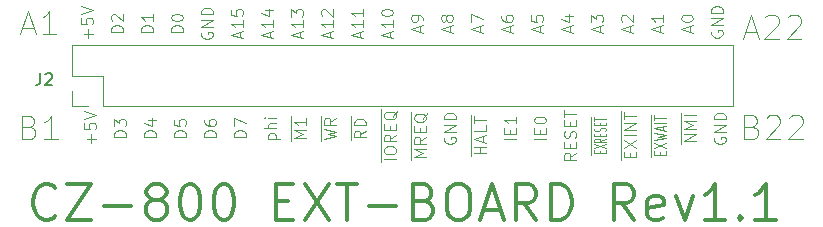
<source format=gto>
G04 #@! TF.GenerationSoftware,KiCad,Pcbnew,(5.1.9)-1*
G04 #@! TF.CreationDate,2023-09-27T08:13:33+09:00*
G04 #@! TF.ProjectId,CZ800EX,435a3830-3045-4582-9e6b-696361645f70,rev?*
G04 #@! TF.SameCoordinates,PX2faf080PY6f1a620*
G04 #@! TF.FileFunction,Legend,Top*
G04 #@! TF.FilePolarity,Positive*
%FSLAX46Y46*%
G04 Gerber Fmt 4.6, Leading zero omitted, Abs format (unit mm)*
G04 Created by KiCad (PCBNEW (5.1.9)-1) date 2023-09-27 08:13:33*
%MOMM*%
%LPD*%
G01*
G04 APERTURE LIST*
%ADD10C,0.100000*%
%ADD11C,0.300000*%
%ADD12C,0.120000*%
%ADD13C,0.150000*%
G04 APERTURE END LIST*
D10*
X6273976Y10503358D02*
X6559690Y10408120D01*
X6654928Y10312881D01*
X6750166Y10122405D01*
X6750166Y9836691D01*
X6654928Y9646215D01*
X6559690Y9550977D01*
X6369214Y9455739D01*
X5607309Y9455739D01*
X5607309Y11455739D01*
X6273976Y11455739D01*
X6464452Y11360500D01*
X6559690Y11265262D01*
X6654928Y11074786D01*
X6654928Y10884310D01*
X6559690Y10693834D01*
X6464452Y10598596D01*
X6273976Y10503358D01*
X5607309Y10503358D01*
X8654928Y9455739D02*
X7512071Y9455739D01*
X8083500Y9455739D02*
X8083500Y11455739D01*
X7893023Y11170024D01*
X7702547Y10979548D01*
X7512071Y10884310D01*
X5654928Y18917167D02*
X6607309Y18917167D01*
X5464452Y18345739D02*
X6131119Y20345739D01*
X6797785Y18345739D01*
X8512071Y18345739D02*
X7369214Y18345739D01*
X7940642Y18345739D02*
X7940642Y20345739D01*
X7750166Y20060024D01*
X7559690Y19869548D01*
X7369214Y19774310D01*
X67453095Y10537858D02*
X67738809Y10442620D01*
X67834047Y10347381D01*
X67929285Y10156905D01*
X67929285Y9871191D01*
X67834047Y9680715D01*
X67738809Y9585477D01*
X67548333Y9490239D01*
X66786428Y9490239D01*
X66786428Y11490239D01*
X67453095Y11490239D01*
X67643571Y11395000D01*
X67738809Y11299762D01*
X67834047Y11109286D01*
X67834047Y10918810D01*
X67738809Y10728334D01*
X67643571Y10633096D01*
X67453095Y10537858D01*
X66786428Y10537858D01*
X68691190Y11299762D02*
X68786428Y11395000D01*
X68976904Y11490239D01*
X69453095Y11490239D01*
X69643571Y11395000D01*
X69738809Y11299762D01*
X69834047Y11109286D01*
X69834047Y10918810D01*
X69738809Y10633096D01*
X68595952Y9490239D01*
X69834047Y9490239D01*
X70595952Y11299762D02*
X70691190Y11395000D01*
X70881666Y11490239D01*
X71357857Y11490239D01*
X71548333Y11395000D01*
X71643571Y11299762D01*
X71738809Y11109286D01*
X71738809Y10918810D01*
X71643571Y10633096D01*
X70500714Y9490239D01*
X71738809Y9490239D01*
X66834047Y18536167D02*
X67786428Y18536167D01*
X66643571Y17964739D02*
X67310238Y19964739D01*
X67976904Y17964739D01*
X68548333Y19774262D02*
X68643571Y19869500D01*
X68834047Y19964739D01*
X69310238Y19964739D01*
X69500714Y19869500D01*
X69595952Y19774262D01*
X69691190Y19583786D01*
X69691190Y19393310D01*
X69595952Y19107596D01*
X68453095Y17964739D01*
X69691190Y17964739D01*
X70453095Y19774262D02*
X70548333Y19869500D01*
X70738809Y19964739D01*
X71215000Y19964739D01*
X71405476Y19869500D01*
X71500714Y19774262D01*
X71595952Y19583786D01*
X71595952Y19393310D01*
X71500714Y19107596D01*
X70357857Y17964739D01*
X71595952Y17964739D01*
X64016000Y18650096D02*
X63968380Y18554858D01*
X63968380Y18412000D01*
X64016000Y18269143D01*
X64111238Y18173905D01*
X64206476Y18126286D01*
X64396952Y18078667D01*
X64539809Y18078667D01*
X64730285Y18126286D01*
X64825523Y18173905D01*
X64920761Y18269143D01*
X64968380Y18412000D01*
X64968380Y18507239D01*
X64920761Y18650096D01*
X64873142Y18697715D01*
X64539809Y18697715D01*
X64539809Y18507239D01*
X64968380Y19126286D02*
X63968380Y19126286D01*
X64968380Y19697715D01*
X63968380Y19697715D01*
X64968380Y20173905D02*
X63968380Y20173905D01*
X63968380Y20412000D01*
X64016000Y20554858D01*
X64111238Y20650096D01*
X64206476Y20697715D01*
X64396952Y20745334D01*
X64539809Y20745334D01*
X64730285Y20697715D01*
X64825523Y20650096D01*
X64920761Y20554858D01*
X64968380Y20412000D01*
X64968380Y20173905D01*
X62142666Y18570715D02*
X62142666Y19046905D01*
X62428380Y18475477D02*
X61428380Y18808810D01*
X62428380Y19142143D01*
X61428380Y19665953D02*
X61428380Y19761191D01*
X61476000Y19856429D01*
X61523619Y19904048D01*
X61618857Y19951667D01*
X61809333Y19999286D01*
X62047428Y19999286D01*
X62237904Y19951667D01*
X62333142Y19904048D01*
X62380761Y19856429D01*
X62428380Y19761191D01*
X62428380Y19665953D01*
X62380761Y19570715D01*
X62333142Y19523096D01*
X62237904Y19475477D01*
X62047428Y19427858D01*
X61809333Y19427858D01*
X61618857Y19475477D01*
X61523619Y19523096D01*
X61476000Y19570715D01*
X61428380Y19665953D01*
X59602666Y18570715D02*
X59602666Y19046905D01*
X59888380Y18475477D02*
X58888380Y18808810D01*
X59888380Y19142143D01*
X59888380Y19999286D02*
X59888380Y19427858D01*
X59888380Y19713572D02*
X58888380Y19713572D01*
X59031238Y19618334D01*
X59126476Y19523096D01*
X59174095Y19427858D01*
X57062666Y18570715D02*
X57062666Y19046905D01*
X57348380Y18475477D02*
X56348380Y18808810D01*
X57348380Y19142143D01*
X56443619Y19427858D02*
X56396000Y19475477D01*
X56348380Y19570715D01*
X56348380Y19808810D01*
X56396000Y19904048D01*
X56443619Y19951667D01*
X56538857Y19999286D01*
X56634095Y19999286D01*
X56776952Y19951667D01*
X57348380Y19380239D01*
X57348380Y19999286D01*
X54522666Y18570715D02*
X54522666Y19046905D01*
X54808380Y18475477D02*
X53808380Y18808810D01*
X54808380Y19142143D01*
X53808380Y19380239D02*
X53808380Y19999286D01*
X54189333Y19665953D01*
X54189333Y19808810D01*
X54236952Y19904048D01*
X54284571Y19951667D01*
X54379809Y19999286D01*
X54617904Y19999286D01*
X54713142Y19951667D01*
X54760761Y19904048D01*
X54808380Y19808810D01*
X54808380Y19523096D01*
X54760761Y19427858D01*
X54713142Y19380239D01*
X51982666Y18570715D02*
X51982666Y19046905D01*
X52268380Y18475477D02*
X51268380Y18808810D01*
X52268380Y19142143D01*
X51601714Y19904048D02*
X52268380Y19904048D01*
X51220761Y19665953D02*
X51935047Y19427858D01*
X51935047Y20046905D01*
X49442666Y18570715D02*
X49442666Y19046905D01*
X49728380Y18475477D02*
X48728380Y18808810D01*
X49728380Y19142143D01*
X48728380Y19951667D02*
X48728380Y19475477D01*
X49204571Y19427858D01*
X49156952Y19475477D01*
X49109333Y19570715D01*
X49109333Y19808810D01*
X49156952Y19904048D01*
X49204571Y19951667D01*
X49299809Y19999286D01*
X49537904Y19999286D01*
X49633142Y19951667D01*
X49680761Y19904048D01*
X49728380Y19808810D01*
X49728380Y19570715D01*
X49680761Y19475477D01*
X49633142Y19427858D01*
X46902666Y18570715D02*
X46902666Y19046905D01*
X47188380Y18475477D02*
X46188380Y18808810D01*
X47188380Y19142143D01*
X46188380Y19904048D02*
X46188380Y19713572D01*
X46236000Y19618334D01*
X46283619Y19570715D01*
X46426476Y19475477D01*
X46616952Y19427858D01*
X46997904Y19427858D01*
X47093142Y19475477D01*
X47140761Y19523096D01*
X47188380Y19618334D01*
X47188380Y19808810D01*
X47140761Y19904048D01*
X47093142Y19951667D01*
X46997904Y19999286D01*
X46759809Y19999286D01*
X46664571Y19951667D01*
X46616952Y19904048D01*
X46569333Y19808810D01*
X46569333Y19618334D01*
X46616952Y19523096D01*
X46664571Y19475477D01*
X46759809Y19427858D01*
X44362666Y18570715D02*
X44362666Y19046905D01*
X44648380Y18475477D02*
X43648380Y18808810D01*
X44648380Y19142143D01*
X43648380Y19380239D02*
X43648380Y20046905D01*
X44648380Y19618334D01*
X41822666Y18570715D02*
X41822666Y19046905D01*
X42108380Y18475477D02*
X41108380Y18808810D01*
X42108380Y19142143D01*
X41536952Y19618334D02*
X41489333Y19523096D01*
X41441714Y19475477D01*
X41346476Y19427858D01*
X41298857Y19427858D01*
X41203619Y19475477D01*
X41156000Y19523096D01*
X41108380Y19618334D01*
X41108380Y19808810D01*
X41156000Y19904048D01*
X41203619Y19951667D01*
X41298857Y19999286D01*
X41346476Y19999286D01*
X41441714Y19951667D01*
X41489333Y19904048D01*
X41536952Y19808810D01*
X41536952Y19618334D01*
X41584571Y19523096D01*
X41632190Y19475477D01*
X41727428Y19427858D01*
X41917904Y19427858D01*
X42013142Y19475477D01*
X42060761Y19523096D01*
X42108380Y19618334D01*
X42108380Y19808810D01*
X42060761Y19904048D01*
X42013142Y19951667D01*
X41917904Y19999286D01*
X41727428Y19999286D01*
X41632190Y19951667D01*
X41584571Y19904048D01*
X41536952Y19808810D01*
X39282666Y18570715D02*
X39282666Y19046905D01*
X39568380Y18475477D02*
X38568380Y18808810D01*
X39568380Y19142143D01*
X39568380Y19523096D02*
X39568380Y19713572D01*
X39520761Y19808810D01*
X39473142Y19856429D01*
X39330285Y19951667D01*
X39139809Y19999286D01*
X38758857Y19999286D01*
X38663619Y19951667D01*
X38616000Y19904048D01*
X38568380Y19808810D01*
X38568380Y19618334D01*
X38616000Y19523096D01*
X38663619Y19475477D01*
X38758857Y19427858D01*
X38996952Y19427858D01*
X39092190Y19475477D01*
X39139809Y19523096D01*
X39187428Y19618334D01*
X39187428Y19808810D01*
X39139809Y19904048D01*
X39092190Y19951667D01*
X38996952Y19999286D01*
X36742666Y18094524D02*
X36742666Y18570715D01*
X37028380Y17999286D02*
X36028380Y18332620D01*
X37028380Y18665953D01*
X37028380Y19523096D02*
X37028380Y18951667D01*
X37028380Y19237381D02*
X36028380Y19237381D01*
X36171238Y19142143D01*
X36266476Y19046905D01*
X36314095Y18951667D01*
X36028380Y20142143D02*
X36028380Y20237381D01*
X36076000Y20332620D01*
X36123619Y20380239D01*
X36218857Y20427858D01*
X36409333Y20475477D01*
X36647428Y20475477D01*
X36837904Y20427858D01*
X36933142Y20380239D01*
X36980761Y20332620D01*
X37028380Y20237381D01*
X37028380Y20142143D01*
X36980761Y20046905D01*
X36933142Y19999286D01*
X36837904Y19951667D01*
X36647428Y19904048D01*
X36409333Y19904048D01*
X36218857Y19951667D01*
X36123619Y19999286D01*
X36076000Y20046905D01*
X36028380Y20142143D01*
X34202666Y18094524D02*
X34202666Y18570715D01*
X34488380Y17999286D02*
X33488380Y18332620D01*
X34488380Y18665953D01*
X34488380Y19523096D02*
X34488380Y18951667D01*
X34488380Y19237381D02*
X33488380Y19237381D01*
X33631238Y19142143D01*
X33726476Y19046905D01*
X33774095Y18951667D01*
X34488380Y20475477D02*
X34488380Y19904048D01*
X34488380Y20189762D02*
X33488380Y20189762D01*
X33631238Y20094524D01*
X33726476Y19999286D01*
X33774095Y19904048D01*
X31662666Y18094524D02*
X31662666Y18570715D01*
X31948380Y17999286D02*
X30948380Y18332620D01*
X31948380Y18665953D01*
X31948380Y19523096D02*
X31948380Y18951667D01*
X31948380Y19237381D02*
X30948380Y19237381D01*
X31091238Y19142143D01*
X31186476Y19046905D01*
X31234095Y18951667D01*
X31043619Y19904048D02*
X30996000Y19951667D01*
X30948380Y20046905D01*
X30948380Y20285000D01*
X30996000Y20380239D01*
X31043619Y20427858D01*
X31138857Y20475477D01*
X31234095Y20475477D01*
X31376952Y20427858D01*
X31948380Y19856429D01*
X31948380Y20475477D01*
X29122666Y18094524D02*
X29122666Y18570715D01*
X29408380Y17999286D02*
X28408380Y18332620D01*
X29408380Y18665953D01*
X29408380Y19523096D02*
X29408380Y18951667D01*
X29408380Y19237381D02*
X28408380Y19237381D01*
X28551238Y19142143D01*
X28646476Y19046905D01*
X28694095Y18951667D01*
X28408380Y19856429D02*
X28408380Y20475477D01*
X28789333Y20142143D01*
X28789333Y20285000D01*
X28836952Y20380239D01*
X28884571Y20427858D01*
X28979809Y20475477D01*
X29217904Y20475477D01*
X29313142Y20427858D01*
X29360761Y20380239D01*
X29408380Y20285000D01*
X29408380Y19999286D01*
X29360761Y19904048D01*
X29313142Y19856429D01*
X26582666Y18094524D02*
X26582666Y18570715D01*
X26868380Y17999286D02*
X25868380Y18332620D01*
X26868380Y18665953D01*
X26868380Y19523096D02*
X26868380Y18951667D01*
X26868380Y19237381D02*
X25868380Y19237381D01*
X26011238Y19142143D01*
X26106476Y19046905D01*
X26154095Y18951667D01*
X26201714Y20380239D02*
X26868380Y20380239D01*
X25820761Y20142143D02*
X26535047Y19904048D01*
X26535047Y20523096D01*
X24042666Y18094524D02*
X24042666Y18570715D01*
X24328380Y17999286D02*
X23328380Y18332620D01*
X24328380Y18665953D01*
X24328380Y19523096D02*
X24328380Y18951667D01*
X24328380Y19237381D02*
X23328380Y19237381D01*
X23471238Y19142143D01*
X23566476Y19046905D01*
X23614095Y18951667D01*
X23328380Y20427858D02*
X23328380Y19951667D01*
X23804571Y19904048D01*
X23756952Y19951667D01*
X23709333Y20046905D01*
X23709333Y20285000D01*
X23756952Y20380239D01*
X23804571Y20427858D01*
X23899809Y20475477D01*
X24137904Y20475477D01*
X24233142Y20427858D01*
X24280761Y20380239D01*
X24328380Y20285000D01*
X24328380Y20046905D01*
X24280761Y19951667D01*
X24233142Y19904048D01*
X20836000Y18523096D02*
X20788380Y18427858D01*
X20788380Y18285000D01*
X20836000Y18142143D01*
X20931238Y18046905D01*
X21026476Y17999286D01*
X21216952Y17951667D01*
X21359809Y17951667D01*
X21550285Y17999286D01*
X21645523Y18046905D01*
X21740761Y18142143D01*
X21788380Y18285000D01*
X21788380Y18380239D01*
X21740761Y18523096D01*
X21693142Y18570715D01*
X21359809Y18570715D01*
X21359809Y18380239D01*
X21788380Y18999286D02*
X20788380Y18999286D01*
X21788380Y19570715D01*
X20788380Y19570715D01*
X21788380Y20046905D02*
X20788380Y20046905D01*
X20788380Y20285000D01*
X20836000Y20427858D01*
X20931238Y20523096D01*
X21026476Y20570715D01*
X21216952Y20618334D01*
X21359809Y20618334D01*
X21550285Y20570715D01*
X21645523Y20523096D01*
X21740761Y20427858D01*
X21788380Y20285000D01*
X21788380Y20046905D01*
X19248380Y18546905D02*
X18248380Y18546905D01*
X18248380Y18785000D01*
X18296000Y18927858D01*
X18391238Y19023096D01*
X18486476Y19070715D01*
X18676952Y19118334D01*
X18819809Y19118334D01*
X19010285Y19070715D01*
X19105523Y19023096D01*
X19200761Y18927858D01*
X19248380Y18785000D01*
X19248380Y18546905D01*
X18248380Y19737381D02*
X18248380Y19832620D01*
X18296000Y19927858D01*
X18343619Y19975477D01*
X18438857Y20023096D01*
X18629333Y20070715D01*
X18867428Y20070715D01*
X19057904Y20023096D01*
X19153142Y19975477D01*
X19200761Y19927858D01*
X19248380Y19832620D01*
X19248380Y19737381D01*
X19200761Y19642143D01*
X19153142Y19594524D01*
X19057904Y19546905D01*
X18867428Y19499286D01*
X18629333Y19499286D01*
X18438857Y19546905D01*
X18343619Y19594524D01*
X18296000Y19642143D01*
X18248380Y19737381D01*
X16708380Y18546905D02*
X15708380Y18546905D01*
X15708380Y18785000D01*
X15756000Y18927858D01*
X15851238Y19023096D01*
X15946476Y19070715D01*
X16136952Y19118334D01*
X16279809Y19118334D01*
X16470285Y19070715D01*
X16565523Y19023096D01*
X16660761Y18927858D01*
X16708380Y18785000D01*
X16708380Y18546905D01*
X16708380Y20070715D02*
X16708380Y19499286D01*
X16708380Y19785000D02*
X15708380Y19785000D01*
X15851238Y19689762D01*
X15946476Y19594524D01*
X15994095Y19499286D01*
X11247428Y17999286D02*
X11247428Y18761191D01*
X11628380Y18380239D02*
X10866476Y18380239D01*
X10628380Y19713572D02*
X10628380Y19237381D01*
X11104571Y19189762D01*
X11056952Y19237381D01*
X11009333Y19332620D01*
X11009333Y19570715D01*
X11056952Y19665953D01*
X11104571Y19713572D01*
X11199809Y19761191D01*
X11437904Y19761191D01*
X11533142Y19713572D01*
X11580761Y19665953D01*
X11628380Y19570715D01*
X11628380Y19332620D01*
X11580761Y19237381D01*
X11533142Y19189762D01*
X10628380Y20046905D02*
X11628380Y20380239D01*
X10628380Y20713572D01*
X14168380Y18546905D02*
X13168380Y18546905D01*
X13168380Y18785000D01*
X13216000Y18927858D01*
X13311238Y19023096D01*
X13406476Y19070715D01*
X13596952Y19118334D01*
X13739809Y19118334D01*
X13930285Y19070715D01*
X14025523Y19023096D01*
X14120761Y18927858D01*
X14168380Y18785000D01*
X14168380Y18546905D01*
X13263619Y19499286D02*
X13216000Y19546905D01*
X13168380Y19642143D01*
X13168380Y19880239D01*
X13216000Y19975477D01*
X13263619Y20023096D01*
X13358857Y20070715D01*
X13454095Y20070715D01*
X13596952Y20023096D01*
X14168380Y19451667D01*
X14168380Y20070715D01*
X64270000Y9633096D02*
X64222380Y9537858D01*
X64222380Y9395000D01*
X64270000Y9252143D01*
X64365238Y9156905D01*
X64460476Y9109286D01*
X64650952Y9061667D01*
X64793809Y9061667D01*
X64984285Y9109286D01*
X65079523Y9156905D01*
X65174761Y9252143D01*
X65222380Y9395000D01*
X65222380Y9490239D01*
X65174761Y9633096D01*
X65127142Y9680715D01*
X64793809Y9680715D01*
X64793809Y9490239D01*
X65222380Y10109286D02*
X64222380Y10109286D01*
X65222380Y10680715D01*
X64222380Y10680715D01*
X65222380Y11156905D02*
X64222380Y11156905D01*
X64222380Y11395000D01*
X64270000Y11537858D01*
X64365238Y11633096D01*
X64460476Y11680715D01*
X64650952Y11728334D01*
X64793809Y11728334D01*
X64984285Y11680715D01*
X65079523Y11633096D01*
X65174761Y11537858D01*
X65222380Y11395000D01*
X65222380Y11156905D01*
X61380000Y9061667D02*
X61380000Y10109286D01*
X62682380Y9299762D02*
X61682380Y9299762D01*
X62682380Y9871191D01*
X61682380Y9871191D01*
X61380000Y10109286D02*
X61380000Y11252143D01*
X62682380Y10347381D02*
X61682380Y10347381D01*
X62396666Y10680715D01*
X61682380Y11014048D01*
X62682380Y11014048D01*
X61380000Y11252143D02*
X61380000Y11728334D01*
X62682380Y11490239D02*
X61682380Y11490239D01*
X58840000Y7976667D02*
X58840000Y8610000D01*
X59618571Y8143334D02*
X59618571Y8376667D01*
X60142380Y8476667D02*
X60142380Y8143334D01*
X59142380Y8143334D01*
X59142380Y8476667D01*
X58840000Y8610000D02*
X58840000Y9276667D01*
X59142380Y8710000D02*
X60142380Y9176667D01*
X59142380Y9176667D02*
X60142380Y8710000D01*
X58840000Y9276667D02*
X58840000Y10076667D01*
X59142380Y9376667D02*
X60142380Y9543334D01*
X59428095Y9676667D01*
X60142380Y9810000D01*
X59142380Y9976667D01*
X58840000Y10076667D02*
X58840000Y10676667D01*
X59856666Y10210000D02*
X59856666Y10543334D01*
X60142380Y10143334D02*
X59142380Y10376667D01*
X60142380Y10610000D01*
X58840000Y10676667D02*
X58840000Y11010000D01*
X60142380Y10843334D02*
X59142380Y10843334D01*
X58840000Y11010000D02*
X58840000Y11543334D01*
X59142380Y11076667D02*
X59142380Y11476667D01*
X60142380Y11276667D02*
X59142380Y11276667D01*
X56300000Y7688572D02*
X56300000Y8593334D01*
X57078571Y7926667D02*
X57078571Y8260000D01*
X57602380Y8402858D02*
X57602380Y7926667D01*
X56602380Y7926667D01*
X56602380Y8402858D01*
X56300000Y8593334D02*
X56300000Y9545715D01*
X56602380Y8736191D02*
X57602380Y9402858D01*
X56602380Y9402858D02*
X57602380Y8736191D01*
X56300000Y9545715D02*
X56300000Y10021905D01*
X57602380Y9783810D02*
X56602380Y9783810D01*
X56300000Y10021905D02*
X56300000Y11069524D01*
X57602380Y10260000D02*
X56602380Y10260000D01*
X57602380Y10831429D01*
X56602380Y10831429D01*
X56300000Y11069524D02*
X56300000Y11831429D01*
X56602380Y11164762D02*
X56602380Y11736191D01*
X57602380Y11450477D02*
X56602380Y11450477D01*
X53760000Y8164762D02*
X53760000Y8617143D01*
X54538571Y8283810D02*
X54538571Y8450477D01*
X55062380Y8521905D02*
X55062380Y8283810D01*
X54062380Y8283810D01*
X54062380Y8521905D01*
X53760000Y8617143D02*
X53760000Y9093334D01*
X54062380Y8688572D02*
X55062380Y9021905D01*
X54062380Y9021905D02*
X55062380Y8688572D01*
X53760000Y9093334D02*
X53760000Y9593334D01*
X55062380Y9498096D02*
X54586190Y9331429D01*
X55062380Y9212381D02*
X54062380Y9212381D01*
X54062380Y9402858D01*
X54110000Y9450477D01*
X54157619Y9474286D01*
X54252857Y9498096D01*
X54395714Y9498096D01*
X54490952Y9474286D01*
X54538571Y9450477D01*
X54586190Y9402858D01*
X54586190Y9212381D01*
X53760000Y9593334D02*
X53760000Y10045715D01*
X54538571Y9712381D02*
X54538571Y9879048D01*
X55062380Y9950477D02*
X55062380Y9712381D01*
X54062380Y9712381D01*
X54062380Y9950477D01*
X53760000Y10045715D02*
X53760000Y10521905D01*
X55014761Y10140953D02*
X55062380Y10212381D01*
X55062380Y10331429D01*
X55014761Y10379048D01*
X54967142Y10402858D01*
X54871904Y10426667D01*
X54776666Y10426667D01*
X54681428Y10402858D01*
X54633809Y10379048D01*
X54586190Y10331429D01*
X54538571Y10236191D01*
X54490952Y10188572D01*
X54443333Y10164762D01*
X54348095Y10140953D01*
X54252857Y10140953D01*
X54157619Y10164762D01*
X54110000Y10188572D01*
X54062380Y10236191D01*
X54062380Y10355239D01*
X54110000Y10426667D01*
X53760000Y10521905D02*
X53760000Y10974286D01*
X54538571Y10640953D02*
X54538571Y10807620D01*
X55062380Y10879048D02*
X55062380Y10640953D01*
X54062380Y10640953D01*
X54062380Y10879048D01*
X53760000Y10974286D02*
X53760000Y11355239D01*
X54062380Y11021905D02*
X54062380Y11307620D01*
X55062380Y11164762D02*
X54062380Y11164762D01*
X52522380Y8307620D02*
X52046190Y7974286D01*
X52522380Y7736191D02*
X51522380Y7736191D01*
X51522380Y8117143D01*
X51570000Y8212381D01*
X51617619Y8260000D01*
X51712857Y8307620D01*
X51855714Y8307620D01*
X51950952Y8260000D01*
X51998571Y8212381D01*
X52046190Y8117143D01*
X52046190Y7736191D01*
X51998571Y8736191D02*
X51998571Y9069524D01*
X52522380Y9212381D02*
X52522380Y8736191D01*
X51522380Y8736191D01*
X51522380Y9212381D01*
X52474761Y9593334D02*
X52522380Y9736191D01*
X52522380Y9974286D01*
X52474761Y10069524D01*
X52427142Y10117143D01*
X52331904Y10164762D01*
X52236666Y10164762D01*
X52141428Y10117143D01*
X52093809Y10069524D01*
X52046190Y9974286D01*
X51998571Y9783810D01*
X51950952Y9688572D01*
X51903333Y9640953D01*
X51808095Y9593334D01*
X51712857Y9593334D01*
X51617619Y9640953D01*
X51570000Y9688572D01*
X51522380Y9783810D01*
X51522380Y10021905D01*
X51570000Y10164762D01*
X51998571Y10593334D02*
X51998571Y10926667D01*
X52522380Y11069524D02*
X52522380Y10593334D01*
X51522380Y10593334D01*
X51522380Y11069524D01*
X51522380Y11355239D02*
X51522380Y11926667D01*
X52522380Y11640953D02*
X51522380Y11640953D01*
X49982380Y9466429D02*
X48982380Y9466429D01*
X49458571Y9942620D02*
X49458571Y10275953D01*
X49982380Y10418810D02*
X49982380Y9942620D01*
X48982380Y9942620D01*
X48982380Y10418810D01*
X48982380Y11037858D02*
X48982380Y11133096D01*
X49030000Y11228334D01*
X49077619Y11275953D01*
X49172857Y11323572D01*
X49363333Y11371191D01*
X49601428Y11371191D01*
X49791904Y11323572D01*
X49887142Y11275953D01*
X49934761Y11228334D01*
X49982380Y11133096D01*
X49982380Y11037858D01*
X49934761Y10942620D01*
X49887142Y10895000D01*
X49791904Y10847381D01*
X49601428Y10799762D01*
X49363333Y10799762D01*
X49172857Y10847381D01*
X49077619Y10895000D01*
X49030000Y10942620D01*
X48982380Y11037858D01*
X47442380Y9466429D02*
X46442380Y9466429D01*
X46918571Y9942620D02*
X46918571Y10275953D01*
X47442380Y10418810D02*
X47442380Y9942620D01*
X46442380Y9942620D01*
X46442380Y10418810D01*
X47442380Y11371191D02*
X47442380Y10799762D01*
X47442380Y11085477D02*
X46442380Y11085477D01*
X46585238Y10990239D01*
X46680476Y10895000D01*
X46728095Y10799762D01*
X43600000Y8021905D02*
X43600000Y9069524D01*
X44902380Y8260000D02*
X43902380Y8260000D01*
X44378571Y8260000D02*
X44378571Y8831429D01*
X44902380Y8831429D02*
X43902380Y8831429D01*
X43600000Y9069524D02*
X43600000Y9926667D01*
X44616666Y9260000D02*
X44616666Y9736191D01*
X44902380Y9164762D02*
X43902380Y9498096D01*
X44902380Y9831429D01*
X43600000Y9926667D02*
X43600000Y10736191D01*
X44902380Y10640953D02*
X44902380Y10164762D01*
X43902380Y10164762D01*
X43600000Y10736191D02*
X43600000Y11498096D01*
X43902380Y10831429D02*
X43902380Y11402858D01*
X44902380Y11117143D02*
X43902380Y11117143D01*
X41410000Y9633096D02*
X41362380Y9537858D01*
X41362380Y9395000D01*
X41410000Y9252143D01*
X41505238Y9156905D01*
X41600476Y9109286D01*
X41790952Y9061667D01*
X41933809Y9061667D01*
X42124285Y9109286D01*
X42219523Y9156905D01*
X42314761Y9252143D01*
X42362380Y9395000D01*
X42362380Y9490239D01*
X42314761Y9633096D01*
X42267142Y9680715D01*
X41933809Y9680715D01*
X41933809Y9490239D01*
X42362380Y10109286D02*
X41362380Y10109286D01*
X42362380Y10680715D01*
X41362380Y10680715D01*
X42362380Y11156905D02*
X41362380Y11156905D01*
X41362380Y11395000D01*
X41410000Y11537858D01*
X41505238Y11633096D01*
X41600476Y11680715D01*
X41790952Y11728334D01*
X41933809Y11728334D01*
X42124285Y11680715D01*
X42219523Y11633096D01*
X42314761Y11537858D01*
X42362380Y11395000D01*
X42362380Y11156905D01*
X38520000Y7712381D02*
X38520000Y8855239D01*
X39822380Y7950477D02*
X38822380Y7950477D01*
X39536666Y8283810D01*
X38822380Y8617143D01*
X39822380Y8617143D01*
X38520000Y8855239D02*
X38520000Y9855239D01*
X39822380Y9664762D02*
X39346190Y9331429D01*
X39822380Y9093334D02*
X38822380Y9093334D01*
X38822380Y9474286D01*
X38870000Y9569524D01*
X38917619Y9617143D01*
X39012857Y9664762D01*
X39155714Y9664762D01*
X39250952Y9617143D01*
X39298571Y9569524D01*
X39346190Y9474286D01*
X39346190Y9093334D01*
X38520000Y9855239D02*
X38520000Y10760000D01*
X39298571Y10093334D02*
X39298571Y10426667D01*
X39822380Y10569524D02*
X39822380Y10093334D01*
X38822380Y10093334D01*
X38822380Y10569524D01*
X38520000Y10760000D02*
X38520000Y11807620D01*
X39917619Y11664762D02*
X39870000Y11569524D01*
X39774761Y11474286D01*
X39631904Y11331429D01*
X39584285Y11236191D01*
X39584285Y11140953D01*
X39822380Y11188572D02*
X39774761Y11093334D01*
X39679523Y10998096D01*
X39489047Y10950477D01*
X39155714Y10950477D01*
X38965238Y10998096D01*
X38870000Y11093334D01*
X38822380Y11188572D01*
X38822380Y11379048D01*
X38870000Y11474286D01*
X38965238Y11569524D01*
X39155714Y11617143D01*
X39489047Y11617143D01*
X39679523Y11569524D01*
X39774761Y11474286D01*
X39822380Y11379048D01*
X39822380Y11188572D01*
X35980000Y7521905D02*
X35980000Y7998096D01*
X37282380Y7760000D02*
X36282380Y7760000D01*
X35980000Y7998096D02*
X35980000Y9045715D01*
X36282380Y8426667D02*
X36282380Y8617143D01*
X36330000Y8712381D01*
X36425238Y8807620D01*
X36615714Y8855239D01*
X36949047Y8855239D01*
X37139523Y8807620D01*
X37234761Y8712381D01*
X37282380Y8617143D01*
X37282380Y8426667D01*
X37234761Y8331429D01*
X37139523Y8236191D01*
X36949047Y8188572D01*
X36615714Y8188572D01*
X36425238Y8236191D01*
X36330000Y8331429D01*
X36282380Y8426667D01*
X35980000Y9045715D02*
X35980000Y10045715D01*
X37282380Y9855239D02*
X36806190Y9521905D01*
X37282380Y9283810D02*
X36282380Y9283810D01*
X36282380Y9664762D01*
X36330000Y9760000D01*
X36377619Y9807620D01*
X36472857Y9855239D01*
X36615714Y9855239D01*
X36710952Y9807620D01*
X36758571Y9760000D01*
X36806190Y9664762D01*
X36806190Y9283810D01*
X35980000Y10045715D02*
X35980000Y10950477D01*
X36758571Y10283810D02*
X36758571Y10617143D01*
X37282380Y10760000D02*
X37282380Y10283810D01*
X36282380Y10283810D01*
X36282380Y10760000D01*
X35980000Y10950477D02*
X35980000Y11998096D01*
X37377619Y11855239D02*
X37330000Y11760000D01*
X37234761Y11664762D01*
X37091904Y11521905D01*
X37044285Y11426667D01*
X37044285Y11331429D01*
X37282380Y11379048D02*
X37234761Y11283810D01*
X37139523Y11188572D01*
X36949047Y11140953D01*
X36615714Y11140953D01*
X36425238Y11188572D01*
X36330000Y11283810D01*
X36282380Y11379048D01*
X36282380Y11569524D01*
X36330000Y11664762D01*
X36425238Y11760000D01*
X36615714Y11807620D01*
X36949047Y11807620D01*
X37139523Y11760000D01*
X37234761Y11664762D01*
X37282380Y11569524D01*
X37282380Y11379048D01*
X33440000Y9395000D02*
X33440000Y10395000D01*
X34742380Y10204524D02*
X34266190Y9871191D01*
X34742380Y9633096D02*
X33742380Y9633096D01*
X33742380Y10014048D01*
X33790000Y10109286D01*
X33837619Y10156905D01*
X33932857Y10204524D01*
X34075714Y10204524D01*
X34170952Y10156905D01*
X34218571Y10109286D01*
X34266190Y10014048D01*
X34266190Y9633096D01*
X33440000Y10395000D02*
X33440000Y11395000D01*
X34742380Y10633096D02*
X33742380Y10633096D01*
X33742380Y10871191D01*
X33790000Y11014048D01*
X33885238Y11109286D01*
X33980476Y11156905D01*
X34170952Y11204524D01*
X34313809Y11204524D01*
X34504285Y11156905D01*
X34599523Y11109286D01*
X34694761Y11014048D01*
X34742380Y10871191D01*
X34742380Y10633096D01*
X30900000Y9323572D02*
X30900000Y10466429D01*
X31202380Y9466429D02*
X32202380Y9704524D01*
X31488095Y9895000D01*
X32202380Y10085477D01*
X31202380Y10323572D01*
X30900000Y10466429D02*
X30900000Y11466429D01*
X32202380Y11275953D02*
X31726190Y10942620D01*
X32202380Y10704524D02*
X31202380Y10704524D01*
X31202380Y11085477D01*
X31250000Y11180715D01*
X31297619Y11228334D01*
X31392857Y11275953D01*
X31535714Y11275953D01*
X31630952Y11228334D01*
X31678571Y11180715D01*
X31726190Y11085477D01*
X31726190Y10704524D01*
X28360000Y9347381D02*
X28360000Y10490239D01*
X29662380Y9585477D02*
X28662380Y9585477D01*
X29376666Y9918810D01*
X28662380Y10252143D01*
X29662380Y10252143D01*
X28360000Y10490239D02*
X28360000Y11442620D01*
X29662380Y11252143D02*
X29662380Y10680715D01*
X29662380Y10966429D02*
X28662380Y10966429D01*
X28805238Y10871191D01*
X28900476Y10775953D01*
X28948095Y10680715D01*
X26455714Y9490239D02*
X27455714Y9490239D01*
X26503333Y9490239D02*
X26455714Y9585477D01*
X26455714Y9775953D01*
X26503333Y9871191D01*
X26550952Y9918810D01*
X26646190Y9966429D01*
X26931904Y9966429D01*
X27027142Y9918810D01*
X27074761Y9871191D01*
X27122380Y9775953D01*
X27122380Y9585477D01*
X27074761Y9490239D01*
X27122380Y10395000D02*
X26122380Y10395000D01*
X27122380Y10823572D02*
X26598571Y10823572D01*
X26503333Y10775953D01*
X26455714Y10680715D01*
X26455714Y10537858D01*
X26503333Y10442620D01*
X26550952Y10395000D01*
X27122380Y11299762D02*
X26455714Y11299762D01*
X26122380Y11299762D02*
X26170000Y11252143D01*
X26217619Y11299762D01*
X26170000Y11347381D01*
X26122380Y11299762D01*
X26217619Y11299762D01*
X24582380Y9656905D02*
X23582380Y9656905D01*
X23582380Y9895000D01*
X23630000Y10037858D01*
X23725238Y10133096D01*
X23820476Y10180715D01*
X24010952Y10228334D01*
X24153809Y10228334D01*
X24344285Y10180715D01*
X24439523Y10133096D01*
X24534761Y10037858D01*
X24582380Y9895000D01*
X24582380Y9656905D01*
X23582380Y10561667D02*
X23582380Y11228334D01*
X24582380Y10799762D01*
X22042380Y9656905D02*
X21042380Y9656905D01*
X21042380Y9895000D01*
X21090000Y10037858D01*
X21185238Y10133096D01*
X21280476Y10180715D01*
X21470952Y10228334D01*
X21613809Y10228334D01*
X21804285Y10180715D01*
X21899523Y10133096D01*
X21994761Y10037858D01*
X22042380Y9895000D01*
X22042380Y9656905D01*
X21042380Y11085477D02*
X21042380Y10895000D01*
X21090000Y10799762D01*
X21137619Y10752143D01*
X21280476Y10656905D01*
X21470952Y10609286D01*
X21851904Y10609286D01*
X21947142Y10656905D01*
X21994761Y10704524D01*
X22042380Y10799762D01*
X22042380Y10990239D01*
X21994761Y11085477D01*
X21947142Y11133096D01*
X21851904Y11180715D01*
X21613809Y11180715D01*
X21518571Y11133096D01*
X21470952Y11085477D01*
X21423333Y10990239D01*
X21423333Y10799762D01*
X21470952Y10704524D01*
X21518571Y10656905D01*
X21613809Y10609286D01*
X19502380Y9656905D02*
X18502380Y9656905D01*
X18502380Y9895000D01*
X18550000Y10037858D01*
X18645238Y10133096D01*
X18740476Y10180715D01*
X18930952Y10228334D01*
X19073809Y10228334D01*
X19264285Y10180715D01*
X19359523Y10133096D01*
X19454761Y10037858D01*
X19502380Y9895000D01*
X19502380Y9656905D01*
X18502380Y11133096D02*
X18502380Y10656905D01*
X18978571Y10609286D01*
X18930952Y10656905D01*
X18883333Y10752143D01*
X18883333Y10990239D01*
X18930952Y11085477D01*
X18978571Y11133096D01*
X19073809Y11180715D01*
X19311904Y11180715D01*
X19407142Y11133096D01*
X19454761Y11085477D01*
X19502380Y10990239D01*
X19502380Y10752143D01*
X19454761Y10656905D01*
X19407142Y10609286D01*
X16962380Y9656905D02*
X15962380Y9656905D01*
X15962380Y9895000D01*
X16010000Y10037858D01*
X16105238Y10133096D01*
X16200476Y10180715D01*
X16390952Y10228334D01*
X16533809Y10228334D01*
X16724285Y10180715D01*
X16819523Y10133096D01*
X16914761Y10037858D01*
X16962380Y9895000D01*
X16962380Y9656905D01*
X16295714Y11085477D02*
X16962380Y11085477D01*
X15914761Y10847381D02*
X16629047Y10609286D01*
X16629047Y11228334D01*
X14422380Y9656905D02*
X13422380Y9656905D01*
X13422380Y9895000D01*
X13470000Y10037858D01*
X13565238Y10133096D01*
X13660476Y10180715D01*
X13850952Y10228334D01*
X13993809Y10228334D01*
X14184285Y10180715D01*
X14279523Y10133096D01*
X14374761Y10037858D01*
X14422380Y9895000D01*
X14422380Y9656905D01*
X13422380Y10561667D02*
X13422380Y11180715D01*
X13803333Y10847381D01*
X13803333Y10990239D01*
X13850952Y11085477D01*
X13898571Y11133096D01*
X13993809Y11180715D01*
X14231904Y11180715D01*
X14327142Y11133096D01*
X14374761Y11085477D01*
X14422380Y10990239D01*
X14422380Y10704524D01*
X14374761Y10609286D01*
X14327142Y10561667D01*
X11501428Y9109286D02*
X11501428Y9871191D01*
X11882380Y9490239D02*
X11120476Y9490239D01*
X10882380Y10823572D02*
X10882380Y10347381D01*
X11358571Y10299762D01*
X11310952Y10347381D01*
X11263333Y10442620D01*
X11263333Y10680715D01*
X11310952Y10775953D01*
X11358571Y10823572D01*
X11453809Y10871191D01*
X11691904Y10871191D01*
X11787142Y10823572D01*
X11834761Y10775953D01*
X11882380Y10680715D01*
X11882380Y10442620D01*
X11834761Y10347381D01*
X11787142Y10299762D01*
X10882380Y11156905D02*
X11882380Y11490239D01*
X10882380Y11823572D01*
D11*
X8428571Y2928572D02*
X8285714Y2785715D01*
X7857142Y2642858D01*
X7571428Y2642858D01*
X7142857Y2785715D01*
X6857142Y3071429D01*
X6714285Y3357143D01*
X6571428Y3928572D01*
X6571428Y4357143D01*
X6714285Y4928572D01*
X6857142Y5214286D01*
X7142857Y5500000D01*
X7571428Y5642858D01*
X7857142Y5642858D01*
X8285714Y5500000D01*
X8428571Y5357143D01*
X9428571Y5642858D02*
X11428571Y5642858D01*
X9428571Y2642858D01*
X11428571Y2642858D01*
X12571428Y3785715D02*
X14857142Y3785715D01*
X16714285Y4357143D02*
X16428571Y4500000D01*
X16285714Y4642858D01*
X16142857Y4928572D01*
X16142857Y5071429D01*
X16285714Y5357143D01*
X16428571Y5500000D01*
X16714285Y5642858D01*
X17285714Y5642858D01*
X17571428Y5500000D01*
X17714285Y5357143D01*
X17857142Y5071429D01*
X17857142Y4928572D01*
X17714285Y4642858D01*
X17571428Y4500000D01*
X17285714Y4357143D01*
X16714285Y4357143D01*
X16428571Y4214286D01*
X16285714Y4071429D01*
X16142857Y3785715D01*
X16142857Y3214286D01*
X16285714Y2928572D01*
X16428571Y2785715D01*
X16714285Y2642858D01*
X17285714Y2642858D01*
X17571428Y2785715D01*
X17714285Y2928572D01*
X17857142Y3214286D01*
X17857142Y3785715D01*
X17714285Y4071429D01*
X17571428Y4214286D01*
X17285714Y4357143D01*
X19714285Y5642858D02*
X20000000Y5642858D01*
X20285714Y5500000D01*
X20428571Y5357143D01*
X20571428Y5071429D01*
X20714285Y4500000D01*
X20714285Y3785715D01*
X20571428Y3214286D01*
X20428571Y2928572D01*
X20285714Y2785715D01*
X20000000Y2642858D01*
X19714285Y2642858D01*
X19428571Y2785715D01*
X19285714Y2928572D01*
X19142857Y3214286D01*
X19000000Y3785715D01*
X19000000Y4500000D01*
X19142857Y5071429D01*
X19285714Y5357143D01*
X19428571Y5500000D01*
X19714285Y5642858D01*
X22571428Y5642858D02*
X22857142Y5642858D01*
X23142857Y5500000D01*
X23285714Y5357143D01*
X23428571Y5071429D01*
X23571428Y4500000D01*
X23571428Y3785715D01*
X23428571Y3214286D01*
X23285714Y2928572D01*
X23142857Y2785715D01*
X22857142Y2642858D01*
X22571428Y2642858D01*
X22285714Y2785715D01*
X22142857Y2928572D01*
X22000000Y3214286D01*
X21857142Y3785715D01*
X21857142Y4500000D01*
X22000000Y5071429D01*
X22142857Y5357143D01*
X22285714Y5500000D01*
X22571428Y5642858D01*
X27142857Y4214286D02*
X28142857Y4214286D01*
X28571428Y2642858D02*
X27142857Y2642858D01*
X27142857Y5642858D01*
X28571428Y5642858D01*
X29571428Y5642858D02*
X31571428Y2642858D01*
X31571428Y5642858D02*
X29571428Y2642858D01*
X32285714Y5642858D02*
X34000000Y5642858D01*
X33142857Y2642858D02*
X33142857Y5642858D01*
X35000000Y3785715D02*
X37285714Y3785715D01*
X39714285Y4214286D02*
X40142857Y4071429D01*
X40285714Y3928572D01*
X40428571Y3642858D01*
X40428571Y3214286D01*
X40285714Y2928572D01*
X40142857Y2785715D01*
X39857142Y2642858D01*
X38714285Y2642858D01*
X38714285Y5642858D01*
X39714285Y5642858D01*
X40000000Y5500000D01*
X40142857Y5357143D01*
X40285714Y5071429D01*
X40285714Y4785715D01*
X40142857Y4500000D01*
X40000000Y4357143D01*
X39714285Y4214286D01*
X38714285Y4214286D01*
X42285714Y5642858D02*
X42857142Y5642858D01*
X43142857Y5500000D01*
X43428571Y5214286D01*
X43571428Y4642858D01*
X43571428Y3642858D01*
X43428571Y3071429D01*
X43142857Y2785715D01*
X42857142Y2642858D01*
X42285714Y2642858D01*
X42000000Y2785715D01*
X41714285Y3071429D01*
X41571428Y3642858D01*
X41571428Y4642858D01*
X41714285Y5214286D01*
X42000000Y5500000D01*
X42285714Y5642858D01*
X44714285Y3500000D02*
X46142857Y3500000D01*
X44428571Y2642858D02*
X45428571Y5642858D01*
X46428571Y2642858D01*
X49142857Y2642858D02*
X48142857Y4071429D01*
X47428571Y2642858D02*
X47428571Y5642858D01*
X48571428Y5642858D01*
X48857142Y5500000D01*
X49000000Y5357143D01*
X49142857Y5071429D01*
X49142857Y4642858D01*
X49000000Y4357143D01*
X48857142Y4214286D01*
X48571428Y4071429D01*
X47428571Y4071429D01*
X50428571Y2642858D02*
X50428571Y5642858D01*
X51142857Y5642858D01*
X51571428Y5500000D01*
X51857142Y5214286D01*
X52000000Y4928572D01*
X52142857Y4357143D01*
X52142857Y3928572D01*
X52000000Y3357143D01*
X51857142Y3071429D01*
X51571428Y2785715D01*
X51142857Y2642858D01*
X50428571Y2642858D01*
X57428571Y2642858D02*
X56428571Y4071429D01*
X55714285Y2642858D02*
X55714285Y5642858D01*
X56857142Y5642858D01*
X57142857Y5500000D01*
X57285714Y5357143D01*
X57428571Y5071429D01*
X57428571Y4642858D01*
X57285714Y4357143D01*
X57142857Y4214286D01*
X56857142Y4071429D01*
X55714285Y4071429D01*
X59857142Y2785715D02*
X59571428Y2642858D01*
X59000000Y2642858D01*
X58714285Y2785715D01*
X58571428Y3071429D01*
X58571428Y4214286D01*
X58714285Y4500000D01*
X59000000Y4642858D01*
X59571428Y4642858D01*
X59857142Y4500000D01*
X60000000Y4214286D01*
X60000000Y3928572D01*
X58571428Y3642858D01*
X61000000Y4642858D02*
X61714285Y2642858D01*
X62428571Y4642858D01*
X65142857Y2642858D02*
X63428571Y2642858D01*
X64285714Y2642858D02*
X64285714Y5642858D01*
X64000000Y5214286D01*
X63714285Y4928572D01*
X63428571Y4785715D01*
X66428571Y2928572D02*
X66571428Y2785715D01*
X66428571Y2642858D01*
X66285714Y2785715D01*
X66428571Y2928572D01*
X66428571Y2642858D01*
X69428571Y2642858D02*
X67714285Y2642858D01*
X68571428Y2642858D02*
X68571428Y5642858D01*
X68285714Y5214286D01*
X68000000Y4928572D01*
X67714285Y4785715D01*
D12*
X65846000Y12240000D02*
X65846000Y17440000D01*
X12446000Y12240000D02*
X65846000Y12240000D01*
X9846000Y17440000D02*
X65846000Y17440000D01*
X12446000Y12240000D02*
X12446000Y14840000D01*
X12446000Y14840000D02*
X9846000Y14840000D01*
X9846000Y14840000D02*
X9846000Y17440000D01*
X11176000Y12240000D02*
X9846000Y12240000D01*
X9846000Y12240000D02*
X9846000Y13570000D01*
D13*
X7166666Y15052620D02*
X7166666Y14338334D01*
X7119047Y14195477D01*
X7023809Y14100239D01*
X6880952Y14052620D01*
X6785714Y14052620D01*
X7595238Y14957381D02*
X7642857Y15005000D01*
X7738095Y15052620D01*
X7976190Y15052620D01*
X8071428Y15005000D01*
X8119047Y14957381D01*
X8166666Y14862143D01*
X8166666Y14766905D01*
X8119047Y14624048D01*
X7547619Y14052620D01*
X8166666Y14052620D01*
M02*

</source>
